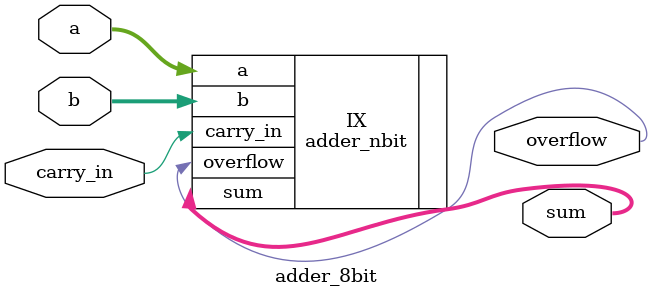
<source format=sv>

module adder_8bit
(
	input wire [7:0] a,
	input wire [7:0] b,
	input wire carry_in,
	output wire [7:0] sum,
	output wire overflow
);

	// STUDENT: Fill in the correct port map with parameter override syntax for using your n-bit ripple carry adder design to be an 8-bit ripple carry adder design

adder_nbit #(8) IX (.a(a), .b(b), .carry_in(carry_in), .sum(sum), .overflow(overflow));

endmodule

</source>
